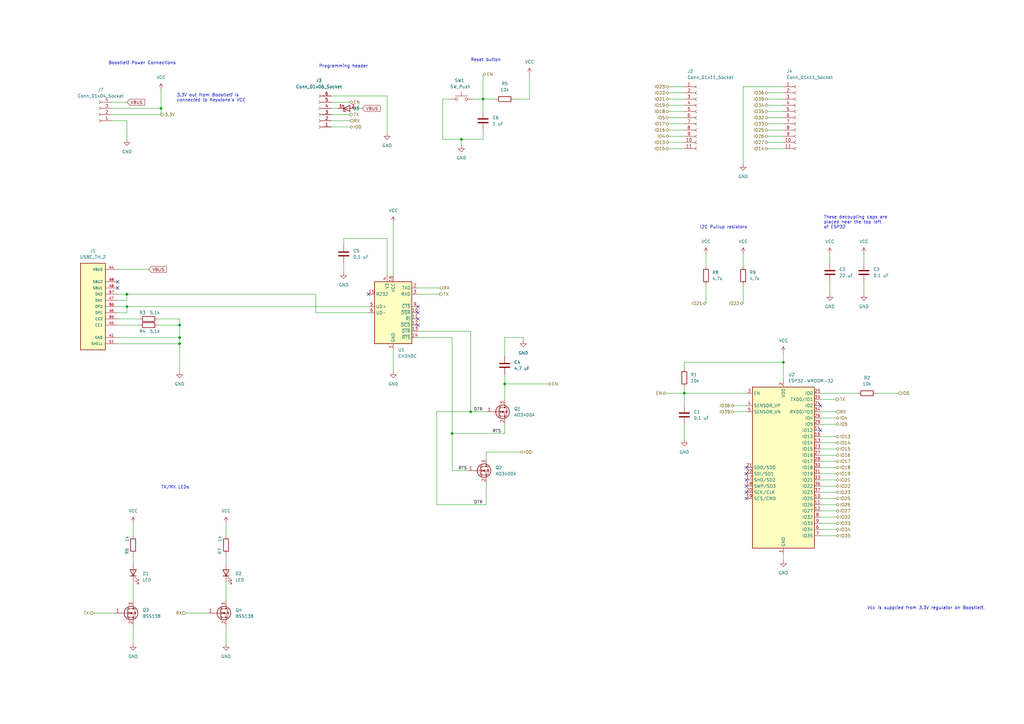
<source format=kicad_sch>
(kicad_sch (version 20230121) (generator eeschema)
  (paper "A3")
  (lib_symbols
    (symbol "!EK_Library:USBC_TH_2" (pin_names (offset 1.016))
      (property "Reference" "J" (at -1.27 20.32 0))
      (property "Value" "USBC_TH_2" (at -3.81 22.86 0))
      (symbol "USBC_TH_2_0_0"
        (rectangle (start -5.08 16.51) (end 5.08 -19.05) (stroke (width 0.254)) (fill (type background)))
        (pin power_in line (at 10.16 -13.97 180) (length 5.08) (name "GND") (number "A1"))
        (pin bidirectional line (at 10.16 -8.89 180) (length 5.08) (name "CC1") (number "A5"))
        (pin bidirectional line (at 10.16 -3.81 180) (length 5.08) (name "DP1") (number "A6"))
        (pin bidirectional line (at 10.16 1.27 180) (length 5.08) (name "DN1") (number "A7"))
        (pin bidirectional line (at 10.16 6.35 180) (length 5.08) (name "SBU1") (number "A8"))
        (pin bidirectional line (at 10.16 -6.35 180) (length 5.08) (name "CC2") (number "B5"))
        (pin bidirectional line (at 10.16 -1.27 180) (length 5.08) (name "DP2") (number "B6"))
        (pin bidirectional line (at 10.16 3.81 180) (length 5.08) (name "DN2") (number "B7"))
        (pin bidirectional line (at 10.16 8.89 180) (length 5.08) (name "SBU2") (number "B8"))
        (pin passive line (at 10.16 -16.51 180) (length 5.08) (name "SHELL") (number "S1"))
      )
      (symbol "USBC_TH_2_1_0"
        (pin power_in line (at 10.16 -13.97 180) (length 5.08) hide (name "GND") (number "A12"))
        (pin power_in line (at 10.16 13.97 180) (length 5.08) (name "VBUS") (number "A4"))
        (pin power_in line (at 10.16 13.97 180) (length 5.08) hide (name "VBUS") (number "A9"))
        (pin power_in line (at 10.16 -13.97 180) (length 5.08) hide (name "GND") (number "B1"))
        (pin power_in line (at 10.16 -13.97 180) (length 5.08) hide (name "GND") (number "B12"))
        (pin power_in line (at 10.16 13.97 180) (length 5.08) hide (name "VBUS") (number "B4"))
        (pin power_in line (at 10.16 13.97 180) (length 5.08) hide (name "VBUS") (number "B9"))
        (pin passive line (at 10.16 -16.51 180) (length 5.08) hide (name "SHELL") (number "S2"))
        (pin passive line (at 10.16 -16.51 180) (length 5.08) hide (name "SHELL") (number "S3"))
        (pin passive line (at 10.16 -16.51 180) (length 5.08) hide (name "SHELL") (number "S4"))
      )
    )
    (symbol "Connector:Conn_01x04_Socket" (pin_names (offset 1.016) hide)
      (property "Reference" "J" (at 0 5.08 0))
      (property "Value" "Conn_01x04_Socket" (at 0 -7.62 0))
      (symbol "Conn_01x04_Socket_1_1"
        (arc (start 0 -4.572) (mid -0.5058 -5.08) (end 0 -5.588) (stroke (width 0.1524)))
        (arc (start 0 -2.032) (mid -0.5058 -2.54) (end 0 -3.048) (stroke (width 0.1524)))
        (polyline (pts (xy -1.27 -5.08) (xy -0.508 -5.08)) (stroke (width 0.1524)))
        (polyline (pts (xy -1.27 -2.54) (xy -0.508 -2.54)) (stroke (width 0.1524)))
        (polyline (pts (xy -1.27 0) (xy -0.508 0)) (stroke (width 0.1524)))
        (polyline (pts (xy -1.27 2.54) (xy -0.508 2.54)) (stroke (width 0.1524)))
        (arc (start 0 0.508) (mid -0.5058 0) (end 0 -0.508) (stroke (width 0.1524)))
        (arc (start 0 3.048) (mid -0.5058 2.54) (end 0 2.032) (stroke (width 0.1524)))
        (pin passive line (at -5.08 2.54 0) (length 3.81) (name "Pin_1") (number "1"))
        (pin passive line (at -5.08 0 0) (length 3.81) (name "Pin_2") (number "2"))
        (pin passive line (at -5.08 -2.54 0) (length 3.81) (name "Pin_3") (number "3"))
        (pin passive line (at -5.08 -5.08 0) (length 3.81) (name "Pin_4") (number "4"))
      )
    )
    (symbol "Connector:Conn_01x06_Socket" (pin_names (offset 1.016) hide)
      (property "Reference" "J" (at 0 7.62 0))
      (property "Value" "Conn_01x06_Socket" (at 0 -10.16 0))
      (symbol "Conn_01x06_Socket_1_1"
        (arc (start 0 -7.112) (mid -0.5058 -7.62) (end 0 -8.128) (stroke (width 0.1524)))
        (arc (start 0 -4.572) (mid -0.5058 -5.08) (end 0 -5.588) (stroke (width 0.1524)))
        (arc (start 0 -2.032) (mid -0.5058 -2.54) (end 0 -3.048) (stroke (width 0.1524)))
        (polyline (pts (xy -1.27 -7.62) (xy -0.508 -7.62)) (stroke (width 0.1524)))
        (polyline (pts (xy -1.27 -5.08) (xy -0.508 -5.08)) (stroke (width 0.1524)))
        (polyline (pts (xy -1.27 -2.54) (xy -0.508 -2.54)) (stroke (width 0.1524)))
        (polyline (pts (xy -1.27 0) (xy -0.508 0)) (stroke (width 0.1524)))
        (polyline (pts (xy -1.27 2.54) (xy -0.508 2.54)) (stroke (width 0.1524)))
        (polyline (pts (xy -1.27 5.08) (xy -0.508 5.08)) (stroke (width 0.1524)))
        (arc (start 0 0.508) (mid -0.5058 0) (end 0 -0.508) (stroke (width 0.1524)))
        (arc (start 0 3.048) (mid -0.5058 2.54) (end 0 2.032) (stroke (width 0.1524)))
        (arc (start 0 5.588) (mid -0.5058 5.08) (end 0 4.572) (stroke (width 0.1524)))
        (pin passive line (at -5.08 5.08 0) (length 3.81) (name "Pin_1") (number "1"))
        (pin passive line (at -5.08 2.54 0) (length 3.81) (name "Pin_2") (number "2"))
        (pin passive line (at -5.08 0 0) (length 3.81) (name "Pin_3") (number "3"))
        (pin passive line (at -5.08 -2.54 0) (length 3.81) (name "Pin_4") (number "4"))
        (pin passive line (at -5.08 -5.08 0) (length 3.81) (name "Pin_5") (number "5"))
        (pin passive line (at -5.08 -7.62 0) (length 3.81) (name "Pin_6") (number "6"))
      )
    )
    (symbol "Connector:Conn_01x11_Socket" (pin_names (offset 1.016) hide)
      (property "Reference" "J" (at 0 15.24 0))
      (property "Value" "Conn_01x11_Socket" (at 0 -15.24 0))
      (symbol "Conn_01x11_Socket_1_1"
        (arc (start 0 -12.192) (mid -0.5058 -12.7) (end 0 -13.208) (stroke (width 0.1524)))
        (arc (start 0 -9.652) (mid -0.5058 -10.16) (end 0 -10.668) (stroke (width 0.1524)))
        (arc (start 0 -7.112) (mid -0.5058 -7.62) (end 0 -8.128) (stroke (width 0.1524)))
        (arc (start 0 -4.572) (mid -0.5058 -5.08) (end 0 -5.588) (stroke (width 0.1524)))
        (arc (start 0 -2.032) (mid -0.5058 -2.54) (end 0 -3.048) (stroke (width 0.1524)))
        (polyline (pts (xy -1.27 -12.7) (xy -0.508 -12.7)) (stroke (width 0.1524)))
        (polyline (pts (xy -1.27 -10.16) (xy -0.508 -10.16)) (stroke (width 0.1524)))
        (polyline (pts (xy -1.27 -7.62) (xy -0.508 -7.62)) (stroke (width 0.1524)))
        (polyline (pts (xy -1.27 -5.08) (xy -0.508 -5.08)) (stroke (width 0.1524)))
        (polyline (pts (xy -1.27 -2.54) (xy -0.508 -2.54)) (stroke (width 0.1524)))
        (polyline (pts (xy -1.27 0) (xy -0.508 0)) (stroke (width 0.1524)))
        (polyline (pts (xy -1.27 2.54) (xy -0.508 2.54)) (stroke (width 0.1524)))
        (polyline (pts (xy -1.27 5.08) (xy -0.508 5.08)) (stroke (width 0.1524)))
        (polyline (pts (xy -1.27 7.62) (xy -0.508 7.62)) (stroke (width 0.1524)))
        (polyline (pts (xy -1.27 10.16) (xy -0.508 10.16)) (stroke (width 0.1524)))
        (polyline (pts (xy -1.27 12.7) (xy -0.508 12.7)) (stroke (width 0.1524)))
        (arc (start 0 0.508) (mid -0.5058 0) (end 0 -0.508) (stroke (width 0.1524)))
        (arc (start 0 3.048) (mid -0.5058 2.54) (end 0 2.032) (stroke (width 0.1524)))
        (arc (start 0 5.588) (mid -0.5058 5.08) (end 0 4.572) (stroke (width 0.1524)))
        (arc (start 0 8.128) (mid -0.5058 7.62) (end 0 7.112) (stroke (width 0.1524)))
        (arc (start 0 10.668) (mid -0.5058 10.16) (end 0 9.652) (stroke (width 0.1524)))
        (arc (start 0 13.208) (mid -0.5058 12.7) (end 0 12.192) (stroke (width 0.1524)))
        (pin passive line (at -5.08 12.7 0) (length 3.81) (name "Pin_1") (number "1"))
        (pin passive line (at -5.08 -10.16 0) (length 3.81) (name "Pin_10") (number "10"))
        (pin passive line (at -5.08 -12.7 0) (length 3.81) (name "Pin_11") (number "11"))
        (pin passive line (at -5.08 10.16 0) (length 3.81) (name "Pin_2") (number "2"))
        (pin passive line (at -5.08 7.62 0) (length 3.81) (name "Pin_3") (number "3"))
        (pin passive line (at -5.08 5.08 0) (length 3.81) (name "Pin_4") (number "4"))
        (pin passive line (at -5.08 2.54 0) (length 3.81) (name "Pin_5") (number "5"))
        (pin passive line (at -5.08 0 0) (length 3.81) (name "Pin_6") (number "6"))
        (pin passive line (at -5.08 -2.54 0) (length 3.81) (name "Pin_7") (number "7"))
        (pin passive line (at -5.08 -5.08 0) (length 3.81) (name "Pin_8") (number "8"))
        (pin passive line (at -5.08 -7.62 0) (length 3.81) (name "Pin_9") (number "9"))
      )
    )
    (symbol "Device:C" (pin_numbers hide) (pin_names (offset 0.254))
      (property "Reference" "C" (at 0.635 2.54 0))
      (property "Value" "C" (at 0.635 -2.54 0))
      (symbol "C_0_1"
        (polyline (pts (xy -2.032 -0.762) (xy 2.032 -0.762)) (stroke (width 0.508)))
        (polyline (pts (xy -2.032 0.762) (xy 2.032 0.762)) (stroke (width 0.508)))
      )
      (symbol "C_1_1"
        (pin passive line (at 0 3.81 270) (length 2.794) (name "~") (number "1"))
        (pin passive line (at 0 -3.81 90) (length 2.794) (name "~") (number "2"))
      )
    )
    (symbol "Device:D_Schottky" (pin_names (offset 1.016) hide)
      (property "Reference" "D" (at 0 2.54 0))
      (property "Value" "D_Schottky" (at 0 -2.54 0))
      (symbol "D_Schottky_0_1"
        (polyline (pts (xy 1.27 0) (xy -1.27 0)))
        (polyline (pts (xy 1.27 1.27) (xy 1.27 -1.27) (xy -1.27 0) (xy 1.27 1.27)) (stroke (width 0.254)))
        (polyline (pts (xy -1.905 0.635) (xy -1.905 1.27) (xy -1.27 1.27) (xy -1.27 -1.27) (xy -0.635 -1.27) (xy -0.635 -0.635)) (stroke (width 0.254)))
      )
      (symbol "D_Schottky_1_1"
        (pin passive line (at -3.81 0 0) (length 2.54) (name "K") (number "1"))
        (pin passive line (at 3.81 0 180) (length 2.54) (name "A") (number "2"))
      )
    )
    (symbol "Device:LED" (pin_numbers hide) (pin_names (offset 1.016) hide)
      (property "Reference" "D" (at 0 2.54 0))
      (property "Value" "LED" (at 0 -2.54 0))
      (symbol "LED_0_1"
        (polyline (pts (xy -1.27 -1.27) (xy -1.27 1.27)) (stroke (width 0.254)))
        (polyline (pts (xy -1.27 0) (xy 1.27 0)))
        (polyline (pts (xy 1.27 -1.27) (xy 1.27 1.27) (xy -1.27 0) (xy 1.27 -1.27)) (stroke (width 0.254)))
        (polyline (pts (xy -3.048 -0.762) (xy -4.572 -2.286) (xy -3.81 -2.286) (xy -4.572 -2.286) (xy -4.572 -1.524)))
        (polyline (pts (xy -1.778 -0.762) (xy -3.302 -2.286) (xy -2.54 -2.286) (xy -3.302 -2.286) (xy -3.302 -1.524)))
      )
      (symbol "LED_1_1"
        (pin passive line (at -3.81 0 0) (length 2.54) (name "K") (number "1"))
        (pin passive line (at 3.81 0 180) (length 2.54) (name "A") (number "2"))
      )
    )
    (symbol "Device:R" (pin_numbers hide) (pin_names (offset 0))
      (property "Reference" "R" (at 2.032 0 90))
      (property "Value" "R" (at 0 0 90))
      (symbol "R_0_1"
        (rectangle (start -1.016 -2.54) (end 1.016 2.54) (stroke (width 0.254)))
      )
      (symbol "R_1_1"
        (pin passive line (at 0 3.81 270) (length 1.27) (name "~") (number "1"))
        (pin passive line (at 0 -3.81 90) (length 1.27) (name "~") (number "2"))
      )
    )
    (symbol "Interface_USB:CH340C"
      (property "Reference" "U" (at -5.08 13.97 0))
      (property "Value" "CH340C" (at 1.27 13.97 0))
      (symbol "CH340C_0_1"
        (rectangle (start -7.62 12.7) (end 7.62 -12.7) (stroke (width 0.254)) (fill (type background)))
      )
      (symbol "CH340C_1_1"
        (pin power_in line (at 0 -15.24 90) (length 2.54) (name "GND") (number "1"))
        (pin input line (at 10.16 0 180) (length 2.54) (name "~{DSR}") (number "10"))
        (pin input line (at 10.16 -2.54 180) (length 2.54) (name "~{RI}") (number "11"))
        (pin input line (at 10.16 -5.08 180) (length 2.54) (name "~{DCD}") (number "12"))
        (pin output line (at 10.16 -7.62 180) (length 2.54) (name "~{DTR}") (number "13"))
        (pin output line (at 10.16 -10.16 180) (length 2.54) (name "~{RTS}") (number "14"))
        (pin input line (at -10.16 7.62 0) (length 2.54) (name "R232") (number "15"))
        (pin power_in line (at 0 15.24 270) (length 2.54) (name "VCC") (number "16"))
        (pin output line (at 10.16 10.16 180) (length 2.54) (name "TXD") (number "2"))
        (pin input line (at 10.16 7.62 180) (length 2.54) (name "RXD") (number "3"))
        (pin passive line (at -2.54 15.24 270) (length 2.54) (name "V3") (number "4"))
        (pin bidirectional line (at -10.16 2.54 0) (length 2.54) (name "UD+") (number "5"))
        (pin bidirectional line (at -10.16 0 0) (length 2.54) (name "UD-") (number "6"))
        (pin no_connect line (at -7.62 -7.62 0) (length 2.54) hide (name "NC") (number "7"))
        (pin no_connect line (at -7.62 -10.16 0) (length 2.54) hide (name "NC") (number "8"))
        (pin input line (at 10.16 2.54 180) (length 2.54) (name "~{CTS}") (number "9"))
      )
    )
    (symbol "RF_Module:ESP32-WROOM-32"
      (property "Reference" "U" (at -12.7 34.29 0))
      (property "Value" "ESP32-WROOM-32" (at 1.27 34.29 0))
      (symbol "ESP32-WROOM-32_0_1"
        (rectangle (start -12.7 33.02) (end 12.7 -33.02) (stroke (width 0.254)) (fill (type background)))
      )
      (symbol "ESP32-WROOM-32_1_1"
        (pin power_in line (at 0 -35.56 90) (length 2.54) (name "GND") (number "1"))
        (pin bidirectional line (at 15.24 -12.7 180) (length 2.54) (name "IO25") (number "10"))
        (pin bidirectional line (at 15.24 -15.24 180) (length 2.54) (name "IO26") (number "11"))
        (pin bidirectional line (at 15.24 -17.78 180) (length 2.54) (name "IO27") (number "12"))
        (pin bidirectional line (at 15.24 10.16 180) (length 2.54) (name "IO14") (number "13"))
        (pin bidirectional line (at 15.24 15.24 180) (length 2.54) (name "IO12") (number "14"))
        (pin passive line (at 0 -35.56 90) (length 2.54) hide (name "GND") (number "15"))
        (pin bidirectional line (at 15.24 12.7 180) (length 2.54) (name "IO13") (number "16"))
        (pin bidirectional line (at -15.24 -5.08 0) (length 2.54) (name "SHD/SD2") (number "17"))
        (pin bidirectional line (at -15.24 -7.62 0) (length 2.54) (name "SWP/SD3") (number "18"))
        (pin bidirectional line (at -15.24 -12.7 0) (length 2.54) (name "SCS/CMD") (number "19"))
        (pin power_in line (at 0 35.56 270) (length 2.54) (name "VDD") (number "2"))
        (pin bidirectional line (at -15.24 -10.16 0) (length 2.54) (name "SCK/CLK") (number "20"))
        (pin bidirectional line (at -15.24 0 0) (length 2.54) (name "SDO/SD0") (number "21"))
        (pin bidirectional line (at -15.24 -2.54 0) (length 2.54) (name "SDI/SD1") (number "22"))
        (pin bidirectional line (at 15.24 7.62 180) (length 2.54) (name "IO15") (number "23"))
        (pin bidirectional line (at 15.24 25.4 180) (length 2.54) (name "IO2") (number "24"))
        (pin bidirectional line (at 15.24 30.48 180) (length 2.54) (name "IO0") (number "25"))
        (pin bidirectional line (at 15.24 20.32 180) (length 2.54) (name "IO4") (number "26"))
        (pin bidirectional line (at 15.24 5.08 180) (length 2.54) (name "IO16") (number "27"))
        (pin bidirectional line (at 15.24 2.54 180) (length 2.54) (name "IO17") (number "28"))
        (pin bidirectional line (at 15.24 17.78 180) (length 2.54) (name "IO5") (number "29"))
        (pin input line (at -15.24 30.48 0) (length 2.54) (name "EN") (number "3"))
        (pin bidirectional line (at 15.24 0 180) (length 2.54) (name "IO18") (number "30"))
        (pin bidirectional line (at 15.24 -2.54 180) (length 2.54) (name "IO19") (number "31"))
        (pin no_connect line (at -12.7 -27.94 0) (length 2.54) hide (name "NC") (number "32"))
        (pin bidirectional line (at 15.24 -5.08 180) (length 2.54) (name "IO21") (number "33"))
        (pin bidirectional line (at 15.24 22.86 180) (length 2.54) (name "RXD0/IO3") (number "34"))
        (pin bidirectional line (at 15.24 27.94 180) (length 2.54) (name "TXD0/IO1") (number "35"))
        (pin bidirectional line (at 15.24 -7.62 180) (length 2.54) (name "IO22") (number "36"))
        (pin bidirectional line (at 15.24 -10.16 180) (length 2.54) (name "IO23") (number "37"))
        (pin passive line (at 0 -35.56 90) (length 2.54) hide (name "GND") (number "38"))
        (pin passive line (at 0 -35.56 90) (length 2.54) hide (name "GND") (number "39"))
        (pin input line (at -15.24 25.4 0) (length 2.54) (name "SENSOR_VP") (number "4"))
        (pin input line (at -15.24 22.86 0) (length 2.54) (name "SENSOR_VN") (number "5"))
        (pin input line (at 15.24 -25.4 180) (length 2.54) (name "IO34") (number "6"))
        (pin input line (at 15.24 -27.94 180) (length 2.54) (name "IO35") (number "7"))
        (pin bidirectional line (at 15.24 -20.32 180) (length 2.54) (name "IO32") (number "8"))
        (pin bidirectional line (at 15.24 -22.86 180) (length 2.54) (name "IO33") (number "9"))
      )
    )
    (symbol "Switch:SW_Push" (pin_numbers hide) (pin_names (offset 1.016) hide)
      (property "Reference" "SW" (at 1.27 2.54 0))
      (property "Value" "SW_Push" (at 0 -1.524 0))
      (symbol "SW_Push_0_1"
        (circle (center -2.032 0) (radius 0.508))
        (polyline (pts (xy 0 1.27) (xy 0 3.048)))
        (polyline (pts (xy 2.54 1.27) (xy -2.54 1.27)))
        (circle (center 2.032 0) (radius 0.508))
        (pin passive line (at -5.08 0 0) (length 2.54) (name "1") (number "1"))
        (pin passive line (at 5.08 0 180) (length 2.54) (name "2") (number "2"))
      )
    )
    (symbol "Transistor_FET:AO3400A" (pin_names hide)
      (property "Reference" "Q" (at 5.08 1.905 0))
      (property "Value" "AO3400A" (at 5.08 0 0))
      (symbol "AO3400A_0_1"
        (polyline (pts (xy 0.254 0) (xy -2.54 0)))
        (polyline (pts (xy 0.254 1.905) (xy 0.254 -1.905)) (stroke (width 0.254)))
        (polyline (pts (xy 0.762 -1.27) (xy 0.762 -2.286)) (stroke (width 0.254)))
        (polyline (pts (xy 0.762 0.508) (xy 0.762 -0.508)) (stroke (width 0.254)))
        (polyline (pts (xy 0.762 2.286) (xy 0.762 1.27)) (stroke (width 0.254)))
        (polyline (pts (xy 2.54 2.54) (xy 2.54 1.778)))
        (polyline (pts (xy 2.54 -2.54) (xy 2.54 0) (xy 0.762 0)))
        (polyline (pts (xy 0.762 -1.778) (xy 3.302 -1.778) (xy 3.302 1.778) (xy 0.762 1.778)))
        (polyline (pts (xy 1.016 0) (xy 2.032 0.381) (xy 2.032 -0.381) (xy 1.016 0)) (fill (type outline)))
        (polyline (pts (xy 2.794 0.508) (xy 2.921 0.381) (xy 3.683 0.381) (xy 3.81 0.254)))
        (polyline (pts (xy 3.302 0.381) (xy 2.921 -0.254) (xy 3.683 -0.254) (xy 3.302 0.381)))
        (circle (center 1.651 0) (radius 2.794) (stroke (width 0.254)))
        (circle (center 2.54 -1.778) (radius 0.254) (fill (type outline)))
        (circle (center 2.54 1.778) (radius 0.254) (fill (type outline)))
      )
      (symbol "AO3400A_1_1"
        (pin input line (at -5.08 0 0) (length 2.54) (name "G") (number "1"))
        (pin passive line (at 2.54 -5.08 90) (length 2.54) (name "S") (number "2"))
        (pin passive line (at 2.54 5.08 270) (length 2.54) (name "D") (number "3"))
      )
    )
    (symbol "Transistor_FET:BSS138" (pin_names hide)
      (property "Reference" "Q" (at 5.08 1.905 0))
      (property "Value" "BSS138" (at 5.08 0 0))
      (symbol "BSS138_0_1"
        (polyline (pts (xy 0.254 0) (xy -2.54 0)))
        (polyline (pts (xy 0.254 1.905) (xy 0.254 -1.905)) (stroke (width 0.254)))
        (polyline (pts (xy 0.762 -1.27) (xy 0.762 -2.286)) (stroke (width 0.254)))
        (polyline (pts (xy 0.762 0.508) (xy 0.762 -0.508)) (stroke (width 0.254)))
        (polyline (pts (xy 0.762 2.286) (xy 0.762 1.27)) (stroke (width 0.254)))
        (polyline (pts (xy 2.54 2.54) (xy 2.54 1.778)))
        (polyline (pts (xy 2.54 -2.54) (xy 2.54 0) (xy 0.762 0)))
        (polyline (pts (xy 0.762 -1.778) (xy 3.302 -1.778) (xy 3.302 1.778) (xy 0.762 1.778)))
        (polyline (pts (xy 1.016 0) (xy 2.032 0.381) (xy 2.032 -0.381) (xy 1.016 0)) (fill (type outline)))
        (polyline (pts (xy 2.794 0.508) (xy 2.921 0.381) (xy 3.683 0.381) (xy 3.81 0.254)))
        (polyline (pts (xy 3.302 0.381) (xy 2.921 -0.254) (xy 3.683 -0.254) (xy 3.302 0.381)))
        (circle (center 1.651 0) (radius 2.794) (stroke (width 0.254)))
        (circle (center 2.54 -1.778) (radius 0.254) (fill (type outline)))
        (circle (center 2.54 1.778) (radius 0.254) (fill (type outline)))
      )
      (symbol "BSS138_1_1"
        (pin input line (at -5.08 0 0) (length 2.54) (name "G") (number "1"))
        (pin passive line (at 2.54 -5.08 90) (length 2.54) (name "S") (number "2"))
        (pin passive line (at 2.54 5.08 270) (length 2.54) (name "D") (number "3"))
      )
    )
    (symbol "power:GND" (power) (pin_names (offset 0))
      (property "Value" "GND" (at 0 -3.81 0))
      (symbol "GND_0_1"
        (polyline (pts (xy 0 0) (xy 0 -1.27) (xy 1.27 -1.27) (xy 0 -2.54) (xy -1.27 -1.27) (xy 0 -1.27)))
      )
      (symbol "GND_1_1"
        (pin power_in line (at 0 0 270) (length 0) hide (name "GND") (number "1"))
      )
    )
    (symbol "power:VCC" (power) (pin_names (offset 0))
      (property "Value" "VCC" (at 0 3.81 0))
      (symbol "VCC_0_1"
        (polyline (pts (xy -0.762 1.27) (xy 0 2.54)))
        (polyline (pts (xy 0 0) (xy 0 2.54)))
        (polyline (pts (xy 0 2.54) (xy 0.762 1.27)))
      )
      (symbol "VCC_1_1"
        (pin power_in line (at 0 0 90) (length 0) hide (name "VCC") (number "1"))
      )
    )
  )
  (junction (at 52.07 125.73))
  (junction (at 185.42 177.8))
  (junction (at 73.66 140.97))
  (junction (at 73.66 138.43))
  (junction (at 189.23 57.15))
  (junction (at 193.04 168.91))
  (junction (at 52.07 120.65))
  (junction (at 73.66 133.35))
  (junction (at 280.67 161.29))
  (junction (at 207.01 157.48))
  (junction (at 66.04 44.45))
  (junction (at 321.31 148.59))
  (junction (at 198.12 40.64))
  (no_connect (at 306.07 194.31))
  (no_connect (at 306.07 201.93))
  (no_connect (at 336.55 176.53))
  (no_connect (at 306.07 199.39))
  (no_connect (at 171.45 133.35))
  (no_connect (at 171.45 130.81))
  (no_connect (at 171.45 125.73))
  (no_connect (at 306.07 196.85))
  (no_connect (at 48.26 115.57))
  (no_connect (at 48.26 118.11))
  (no_connect (at 306.07 191.77))
  (no_connect (at 336.55 166.37))
  (no_connect (at 171.45 128.27))
  (no_connect (at 306.07 204.47))
  (no_connect (at 151.13 120.65))
  (wire (pts (xy 92.71 256.54) (xy 92.71 264.16)))
  (wire (pts (xy 207.01 138.43) (xy 207.01 146.05)))
  (wire (pts (xy 217.17 30.48) (xy 217.17 40.64)))
  (wire (pts (xy 161.29 143.51) (xy 161.29 152.4)))
  (wire (pts (xy 207.01 157.48) (xy 207.01 163.83)))
  (wire (pts (xy 146.05 44.45) (xy 148.59 44.45)))
  (wire (pts (xy 314.96 40.64) (xy 321.31 40.64)))
  (wire (pts (xy 336.55 207.01) (xy 342.9 207.01)))
  (wire (pts (xy 274.32 45.72) (xy 280.67 45.72)))
  (wire (pts (xy 52.07 123.19) (xy 52.07 120.65)))
  (wire (pts (xy 185.42 138.43) (xy 171.45 138.43)))
  (wire (pts (xy 66.04 36.83) (xy 66.04 44.45)))
  (wire (pts (xy 135.89 49.53) (xy 143.51 49.53)))
  (wire (pts (xy 336.55 214.63) (xy 342.9 214.63)))
  (wire (pts (xy 300.99 168.91) (xy 306.07 168.91)))
  (wire (pts (xy 92.71 214.63) (xy 92.71 219.71)))
  (wire (pts (xy 185.42 193.04) (xy 191.77 193.04)))
  (wire (pts (xy 64.77 130.81) (xy 73.66 130.81)))
  (wire (pts (xy 135.89 52.07) (xy 143.51 52.07)))
  (wire (pts (xy 54.61 256.54) (xy 54.61 264.16)))
  (wire (pts (xy 289.56 116.84) (xy 289.56 124.46)))
  (wire (pts (xy 314.96 60.96) (xy 321.31 60.96)))
  (wire (pts (xy 54.61 214.63) (xy 54.61 219.71)))
  (wire (pts (xy 321.31 35.56) (xy 304.8 35.56)))
  (wire (pts (xy 54.61 227.33) (xy 54.61 231.14)))
  (wire (pts (xy 179.07 207.01) (xy 179.07 168.91)))
  (wire (pts (xy 48.26 140.97) (xy 73.66 140.97)))
  (wire (pts (xy 274.32 60.96) (xy 280.67 60.96)))
  (wire (pts (xy 66.04 44.45) (xy 66.04 46.99)))
  (wire (pts (xy 48.26 138.43) (xy 73.66 138.43)))
  (wire (pts (xy 45.72 44.45) (xy 66.04 44.45)))
  (wire (pts (xy 207.01 157.48) (xy 224.79 157.48)))
  (wire (pts (xy 189.23 57.15) (xy 189.23 59.69)))
  (wire (pts (xy 207.01 177.8) (xy 185.42 177.8)))
  (wire (pts (xy 321.31 227.33) (xy 321.31 229.87)))
  (wire (pts (xy 314.96 38.1) (xy 321.31 38.1)))
  (wire (pts (xy 45.72 41.91) (xy 52.07 41.91)))
  (wire (pts (xy 140.97 107.95) (xy 140.97 111.76)))
  (wire (pts (xy 207.01 173.99) (xy 207.01 177.8)))
  (wire (pts (xy 274.32 40.64) (xy 280.67 40.64)))
  (wire (pts (xy 185.42 138.43) (xy 185.42 177.8)))
  (wire (pts (xy 336.55 191.77) (xy 342.9 191.77)))
  (wire (pts (xy 135.89 39.37) (xy 158.75 39.37)))
  (wire (pts (xy 280.67 161.29) (xy 280.67 166.37)))
  (wire (pts (xy 214.63 138.43) (xy 207.01 138.43)))
  (wire (pts (xy 92.71 238.76) (xy 92.71 246.38)))
  (wire (pts (xy 140.97 97.79) (xy 140.97 100.33)))
  (wire (pts (xy 158.75 97.79) (xy 140.97 97.79)))
  (wire (pts (xy 336.55 199.39) (xy 342.9 199.39)))
  (wire (pts (xy 207.01 153.67) (xy 207.01 157.48)))
  (wire (pts (xy 304.8 35.56) (xy 304.8 67.31)))
  (wire (pts (xy 314.96 43.18) (xy 321.31 43.18)))
  (wire (pts (xy 314.96 53.34) (xy 321.31 53.34)))
  (wire (pts (xy 336.55 217.17) (xy 342.9 217.17)))
  (wire (pts (xy 214.63 139.7) (xy 214.63 138.43)))
  (wire (pts (xy 179.07 168.91) (xy 193.04 168.91)))
  (wire (pts (xy 304.8 104.14) (xy 304.8 109.22)))
  (wire (pts (xy 300.99 166.37) (xy 306.07 166.37)))
  (wire (pts (xy 210.82 40.64) (xy 217.17 40.64)))
  (wire (pts (xy 342.9 163.83) (xy 336.55 163.83)))
  (wire (pts (xy 274.32 50.8) (xy 280.67 50.8)))
  (wire (pts (xy 336.55 171.45) (xy 342.9 171.45)))
  (wire (pts (xy 193.04 135.89) (xy 171.45 135.89)))
  (wire (pts (xy 199.39 207.01) (xy 179.07 207.01)))
  (wire (pts (xy 73.66 140.97) (xy 73.66 152.4)))
  (wire (pts (xy 199.39 185.42) (xy 213.36 185.42)))
  (wire (pts (xy 48.26 123.19) (xy 52.07 123.19)))
  (wire (pts (xy 280.67 161.29) (xy 306.07 161.29)))
  (wire (pts (xy 359.41 161.29) (xy 368.3 161.29)))
  (wire (pts (xy 321.31 148.59) (xy 280.67 148.59)))
  (wire (pts (xy 181.61 57.15) (xy 189.23 57.15)))
  (wire (pts (xy 199.39 187.96) (xy 199.39 185.42)))
  (wire (pts (xy 274.32 58.42) (xy 280.67 58.42)))
  (wire (pts (xy 135.89 46.99) (xy 143.51 46.99)))
  (wire (pts (xy 336.55 209.55) (xy 342.9 209.55)))
  (wire (pts (xy 76.2 251.46) (xy 85.09 251.46)))
  (wire (pts (xy 48.26 125.73) (xy 52.07 125.73)))
  (wire (pts (xy 336.55 204.47) (xy 342.9 204.47)))
  (wire (pts (xy 135.89 44.45) (xy 138.43 44.45)))
  (wire (pts (xy 52.07 120.65) (xy 48.26 120.65)))
  (wire (pts (xy 336.55 179.07) (xy 342.9 179.07)))
  (wire (pts (xy 340.36 104.14) (xy 340.36 107.95)))
  (wire (pts (xy 129.54 128.27) (xy 151.13 128.27)))
  (wire (pts (xy 274.32 38.1) (xy 280.67 38.1)))
  (wire (pts (xy 181.61 40.64) (xy 181.61 57.15)))
  (wire (pts (xy 73.66 130.81) (xy 73.66 133.35)))
  (wire (pts (xy 336.55 181.61) (xy 342.9 181.61)))
  (wire (pts (xy 64.77 133.35) (xy 73.66 133.35)))
  (wire (pts (xy 314.96 45.72) (xy 321.31 45.72)))
  (wire (pts (xy 161.29 91.44) (xy 161.29 113.03)))
  (wire (pts (xy 198.12 40.64) (xy 198.12 45.72)))
  (wire (pts (xy 289.56 104.14) (xy 289.56 109.22)))
  (wire (pts (xy 336.55 201.93) (xy 342.9 201.93)))
  (wire (pts (xy 129.54 120.65) (xy 129.54 128.27)))
  (wire (pts (xy 135.89 41.91) (xy 143.51 41.91)))
  (wire (pts (xy 171.45 118.11) (xy 180.34 118.11)))
  (wire (pts (xy 336.55 194.31) (xy 342.9 194.31)))
  (wire (pts (xy 52.07 49.53) (xy 52.07 57.15)))
  (wire (pts (xy 280.67 158.75) (xy 280.67 161.29)))
  (wire (pts (xy 336.55 173.99) (xy 342.9 173.99)))
  (wire (pts (xy 45.72 46.99) (xy 66.04 46.99)))
  (wire (pts (xy 304.8 116.84) (xy 304.8 124.46)))
  (wire (pts (xy 336.55 212.09) (xy 342.9 212.09)))
  (wire (pts (xy 314.96 50.8) (xy 321.31 50.8)))
  (wire (pts (xy 158.75 39.37) (xy 158.75 54.61)))
  (wire (pts (xy 280.67 148.59) (xy 280.67 151.13)))
  (wire (pts (xy 274.32 55.88) (xy 280.67 55.88)))
  (wire (pts (xy 280.67 173.99) (xy 280.67 180.34)))
  (wire (pts (xy 314.96 55.88) (xy 321.31 55.88)))
  (wire (pts (xy 199.39 198.12) (xy 199.39 207.01)))
  (wire (pts (xy 198.12 40.64) (xy 203.2 40.64)))
  (wire (pts (xy 73.66 138.43) (xy 73.66 140.97)))
  (wire (pts (xy 336.55 186.69) (xy 342.9 186.69)))
  (wire (pts (xy 52.07 128.27) (xy 48.26 128.27)))
  (wire (pts (xy 52.07 125.73) (xy 52.07 128.27)))
  (wire (pts (xy 314.96 58.42) (xy 321.31 58.42)))
  (wire (pts (xy 314.96 48.26) (xy 321.31 48.26)))
  (wire (pts (xy 336.55 184.15) (xy 342.9 184.15)))
  (wire (pts (xy 336.55 161.29) (xy 351.79 161.29)))
  (wire (pts (xy 198.12 53.34) (xy 198.12 57.15)))
  (wire (pts (xy 193.04 135.89) (xy 193.04 168.91)))
  (wire (pts (xy 171.45 120.65) (xy 180.34 120.65)))
  (wire (pts (xy 38.1 251.46) (xy 46.99 251.46)))
  (wire (pts (xy 354.33 115.57) (xy 354.33 120.65)))
  (wire (pts (xy 354.33 104.14) (xy 354.33 107.95)))
  (wire (pts (xy 273.05 161.29) (xy 280.67 161.29)))
  (wire (pts (xy 274.32 48.26) (xy 280.67 48.26)))
  (wire (pts (xy 274.32 53.34) (xy 280.67 53.34)))
  (wire (pts (xy 336.55 168.91) (xy 342.9 168.91)))
  (wire (pts (xy 336.55 219.71) (xy 342.9 219.71)))
  (wire (pts (xy 199.39 168.91) (xy 193.04 168.91)))
  (wire (pts (xy 185.42 177.8) (xy 185.42 193.04)))
  (wire (pts (xy 336.55 189.23) (xy 342.9 189.23)))
  (wire (pts (xy 184.15 40.64) (xy 181.61 40.64)))
  (wire (pts (xy 48.26 133.35) (xy 57.15 133.35)))
  (wire (pts (xy 198.12 57.15) (xy 189.23 57.15)))
  (wire (pts (xy 321.31 148.59) (xy 321.31 156.21)))
  (wire (pts (xy 321.31 144.78) (xy 321.31 148.59)))
  (wire (pts (xy 340.36 115.57) (xy 340.36 120.65)))
  (wire (pts (xy 45.72 49.53) (xy 52.07 49.53)))
  (wire (pts (xy 48.26 130.81) (xy 57.15 130.81)))
  (wire (pts (xy 274.32 35.56) (xy 280.67 35.56)))
  (wire (pts (xy 336.55 196.85) (xy 342.9 196.85)))
  (wire (pts (xy 198.12 30.48) (xy 198.12 40.64)))
  (wire (pts (xy 274.32 43.18) (xy 280.67 43.18)))
  (wire (pts (xy 52.07 125.73) (xy 151.13 125.73)))
  (wire (pts (xy 194.31 40.64) (xy 198.12 40.64)))
  (wire (pts (xy 92.71 227.33) (xy 92.71 231.14)))
  (wire (pts (xy 48.26 110.49) (xy 60.96 110.49)))
  (wire (pts (xy 73.66 133.35) (xy 73.66 138.43)))
  (wire (pts (xy 52.07 120.65) (xy 129.54 120.65)))
  (wire (pts (xy 54.61 238.76) (xy 54.61 246.38)))
  (wire (pts (xy 158.75 113.03) (xy 158.75 97.79)))
  (text "I2C Pullup resistors" (at 287.02 93.98 0) (effects (font (size 1.27 1.27)) (justify left bottom)))
  (text "TX/RX LEDs" (at 66.04 200.66 0) (effects (font (size 1.27 1.27)) (justify left bottom)))
  (text "Boostlet! Power Connections" (at 44.45 26.67 0) (effects (font (size 1.27 1.27)) (justify left bottom)))
  (text "These decoupling caps are \nplaced near the top left\nof ESP32" (at 337.82 93.98 0) (effects (font (size 1.27 1.27)) (justify left bottom)))
  (text "Reset button" (at 193.04 25.4 0) (effects (font (size 1.27 1.27)) (justify left bottom)))
  (text "Programming header" (at 130.81 27.94 0) (effects (font (size 1.27 1.27)) (justify left bottom)))
  (text "Vcc is supplied from 3.3V regulator on Boostlet!." (at 355.6 250.19 0) (effects (font (size 1.27 1.27) italic) (justify left bottom)))
  (text "3.3V out from Boostlet! is \nconnected to Keystone's VCC" (at 72.39 41.91 0) (effects (font (size 1.27 1.27) italic) (justify left bottom)))
  (label "RTS" (at 201.93 177.8 0))
  (label "DTR" (at 194.31 168.91 0))
  (label "RTS" (at 187.96 193.04 0))
  (label "DTR" (at 194.31 207.01 0))
  (global_label "VBUS" (shape input) (at 148.59 44.45 0) (property "Intersheetrefs" "${INTERSHEET_REFS}" (effects hide)))
  (global_label "VBUS" (shape input) (at 60.96 110.49 0) (property "Intersheetrefs" "${INTERSHEET_REFS}" (effects hide)))
  (global_label "VBUS" (shape input) (at 52.07 41.91 0) (property "Intersheetrefs" "${INTERSHEET_REFS}" (effects hide)))
  (hierarchical_label "EN" (shape bidirectional) (at 273.05 161.29 180))
  (hierarchical_label "IO33" (shape bidirectional) (at 342.9 214.63 0))
  (hierarchical_label "IO19" (shape bidirectional) (at 274.32 43.18 180))
  (hierarchical_label "IO17" (shape bidirectional) (at 274.32 50.8 180))
  (hierarchical_label "IO35" (shape bidirectional) (at 342.9 219.71 0))
  (hierarchical_label "IO39" (shape bidirectional) (at 314.96 40.64 180))
  (hierarchical_label "IO26" (shape bidirectional) (at 342.9 207.01 0))
  (hierarchical_label "IO35" (shape bidirectional) (at 314.96 45.72 180))
  (hierarchical_label "IO33" (shape bidirectional) (at 314.96 50.8 180))
  (hierarchical_label "IO16" (shape bidirectional) (at 274.32 53.34 180))
  (hierarchical_label "3.3V" (shape output) (at 66.04 46.99 0))
  (hierarchical_label "IO21" (shape bidirectional) (at 342.9 196.85 0))
  (hierarchical_label "IO26" (shape bidirectional) (at 314.96 55.88 180))
  (hierarchical_label "IO15" (shape bidirectional) (at 342.9 184.15 0))
  (hierarchical_label "IO0" (shape bidirectional) (at 143.51 52.07 0))
  (hierarchical_label "RX" (shape input) (at 342.9 168.91 0))
  (hierarchical_label "EN" (shape bidirectional) (at 224.79 157.48 0))
  (hierarchical_label "IO36" (shape bidirectional) (at 314.96 38.1 180))
  (hierarchical_label "EN" (shape bidirectional) (at 198.12 30.48 0))
  (hierarchical_label "IO22" (shape bidirectional) (at 304.8 124.46 180))
  (hierarchical_label "TX" (shape output) (at 143.51 46.99 0))
  (hierarchical_label "IO4" (shape bidirectional) (at 274.32 55.88 180))
  (hierarchical_label "IO23" (shape bidirectional) (at 342.9 201.93 0))
  (hierarchical_label "IO34" (shape bidirectional) (at 314.96 43.18 180))
  (hierarchical_label "IO22" (shape bidirectional) (at 342.9 199.39 0))
  (hierarchical_label "IO39" (shape bidirectional) (at 300.99 168.91 180))
  (hierarchical_label "IO19" (shape bidirectional) (at 342.9 194.31 0))
  (hierarchical_label "EN" (shape bidirectional) (at 143.51 41.91 0))
  (hierarchical_label "RX" (shape input) (at 180.34 118.11 0))
  (hierarchical_label "IO13" (shape bidirectional) (at 274.32 58.42 180))
  (hierarchical_label "IO15" (shape bidirectional) (at 274.32 60.96 180))
  (hierarchical_label "IO32" (shape bidirectional) (at 342.9 212.09 0))
  (hierarchical_label "IO34" (shape bidirectional) (at 342.9 217.17 0))
  (hierarchical_label "IO25" (shape bidirectional) (at 342.9 204.47 0))
  (hierarchical_label "RX" (shape input) (at 143.51 49.53 0))
  (hierarchical_label "IO4" (shape bidirectional) (at 342.9 171.45 0))
  (hierarchical_label "IO14" (shape bidirectional) (at 342.9 181.61 0))
  (hierarchical_label "IO27" (shape bidirectional) (at 314.96 58.42 180))
  (hierarchical_label "IO18" (shape bidirectional) (at 342.9 191.77 0))
  (hierarchical_label "IO18" (shape bidirectional) (at 274.32 45.72 180))
  (hierarchical_label "IO16" (shape bidirectional) (at 342.9 186.69 0))
  (hierarchical_label "RX" (shape input) (at 76.2 251.46 180))
  (hierarchical_label "IO17" (shape bidirectional) (at 342.9 189.23 0))
  (hierarchical_label "IO36" (shape bidirectional) (at 300.99 166.37 180))
  (hierarchical_label "IO0" (shape input) (at 368.3 161.29 0))
  (hierarchical_label "IO14" (shape bidirectional) (at 314.96 60.96 180))
  (hierarchical_label "IO21" (shape bidirectional) (at 274.32 40.64 180))
  (hierarchical_label "IO32" (shape bidirectional) (at 314.96 48.26 180))
  (hierarchical_label "IO5" (shape bidirectional) (at 342.9 173.99 0))
  (hierarchical_label "IO22" (shape bidirectional) (at 274.32 38.1 180))
  (hierarchical_label "TX" (shape output) (at 180.34 120.65 0))
  (hierarchical_label "IO27" (shape bidirectional) (at 342.9 209.55 0))
  (hierarchical_label "IO23" (shape bidirectional) (at 274.32 35.56 180))
  (hierarchical_label "IO5" (shape bidirectional) (at 274.32 48.26 180))
  (hierarchical_label "TX" (shape output) (at 38.1 251.46 180))
  (hierarchical_label "IO0" (shape bidirectional) (at 213.36 185.42 0))
  (hierarchical_label "IO25" (shape bidirectional) (at 314.96 53.34 180))
  (hierarchical_label "TX" (shape output) (at 342.9 163.83 0))
  (hierarchical_label "IO21" (shape bidirectional) (at 289.56 124.46 180))
  (hierarchical_label "IO13" (shape bidirectional) (at 342.9 179.07 0))
  (symbol (lib_id "Connector:Conn_01x11_Socket") (at 285.75 48.26 0) (unit 1)
    (property "Reference" "J2" (at 281.94 29.21 0) (effects (justify left)))
    (property "Value" "Conn_01x11_Socket" (at 281.94 31.75 0) (effects (justify left)))
    (property "Footprint" "Connector_PinHeader_2.54mm:PinHeader_1x11_P2.54mm_Vertical" (effects hide))
  )
  (symbol (lib_id "Connector:Conn_01x04_Socket") (at 40.64 46.99 180) (unit 1)
    (property "Reference" "J7" (at 41.275 36.83 0))
    (property "Value" "Conn_01x04_Socket" (at 41.275 39.37 0))
    (property "Footprint" "Connector_PinHeader_2.54mm:PinHeader_1x04_P2.54mm_Vertical" (effects hide))
  )
  (symbol (lib_id "RF_Module:ESP32-WROOM-32") (at 321.31 191.77 0) (unit 1)
    (property "Reference" "U2" (at 323.2659 153.67 0) (effects (justify left)))
    (property "Value" "ESP32-WROOM-32" (at 323.2659 156.21 0) (effects (justify left)))
    (property "Footprint" "RF_Module:ESP32-WROOM-32" (effects hide))
    (property "Datasheet" "https://www.espressif.com/sites/default/files/documentation/esp32-wroom-32_datasheet_en.pdf" (effects hide))
    (property "Digikey" "1965-ESP32-WROOM-32E-H4CT-ND" (effects hide))
  )
  (symbol (lib_id "Switch:SW_Push") (at 189.23 40.64 0) (unit 1)
    (property "Reference" "SW1" (at 190.5 33.02 0) (effects (justify right)))
    (property "Value" "SW_Push" (at 193.04 35.56 0) (effects (justify right)))
    (property "Footprint" "Button_Switch_SMD:SW_Tactile_SPST_NO_Straight_CK_PTS636Sx25SMTRLFS" (effects hide))
    (property "Digikey" "CKN12310-1-ND " (effects hide))
    (property "Digikey2" "CKN12330-1-ND" (effects hide))
  )
  (symbol (lib_id "power:VCC") (at 354.33 104.14 0) (unit 1)
    (property "Reference" "#PWR07" (effects hide))
    (property "Value" "VCC" (at 354.33 99.06 0))
  )
  (symbol (lib_id "power:GND") (at 340.36 120.65 0) (unit 1)
    (property "Reference" "#PWR04" (effects hide))
    (property "Value" "GND" (at 340.36 125.73 0))
  )
  (symbol (lib_id "power:GND") (at 321.31 229.87 0) (unit 1)
    (property "Reference" "#PWR03" (effects hide))
    (property "Value" "GND" (at 321.31 234.95 0))
  )
  (symbol (lib_id "power:VCC") (at 217.17 30.48 0) (unit 1)
    (property "Reference" "#PWR015" (effects hide))
    (property "Value" "VCC" (at 217.17 25.4 0))
  )
  (symbol (lib_id "power:VCC") (at 161.29 91.44 0) (unit 1)
    (property "Reference" "#PWR09" (effects hide))
    (property "Value" "VCC" (at 161.29 86.36 0))
  )
  (symbol (lib_id "Connector:Conn_01x11_Socket") (at 326.39 48.26 0) (unit 1)
    (property "Reference" "J4" (at 322.58 29.21 0) (effects (justify left)))
    (property "Value" "Conn_01x11_Socket" (at 322.58 31.75 0) (effects (justify left)))
    (property "Footprint" "Connector_PinHeader_2.54mm:PinHeader_1x11_P2.54mm_Vertical" (effects hide))
  )
  (symbol (lib_id "Device:R") (at 92.71 223.52 180) (unit 1)
    (property "Reference" "R7" (at 90.17 226.06 90))
    (property "Value" "1k" (at 90.17 220.98 90))
    (property "Footprint" "Resistor_SMD:R_1206_3216Metric_Pad1.30x1.75mm_HandSolder" (effects hide))
    (property "Digikey" "311-1.00KFRCT-ND" (effects hide))
  )
  (symbol (lib_id "power:VCC") (at 321.31 144.78 0) (unit 1)
    (property "Reference" "#PWR01" (effects hide))
    (property "Value" "VCC" (at 321.31 139.7 0))
  )
  (symbol (lib_id "Device:C") (at 280.67 170.18 0) (unit 1)
    (property "Reference" "C1" (at 284.48 168.91 0) (effects (justify left)))
    (property "Value" "0.1 uF" (at 284.48 171.45 0) (effects (justify left)))
    (property "Footprint" "Capacitor_SMD:C_1206_3216Metric_Pad1.33x1.80mm_HandSolder" (effects hide))
    (property "Digikey" "399-C1206C104K5RAC7210CT-ND" (effects hide))
  )
  (symbol (lib_id "power:GND") (at 280.67 180.34 0) (unit 1)
    (property "Reference" "#PWR02" (effects hide))
    (property "Value" "GND" (at 280.67 185.42 0))
  )
  (symbol (lib_id "power:GND") (at 189.23 59.69 0) (unit 1)
    (property "Reference" "#PWR014" (effects hide))
    (property "Value" "GND" (at 189.23 64.77 0))
  )
  (symbol (lib_id "power:GND") (at 214.63 139.7 0) (unit 1)
    (property "Reference" "#PWR012" (effects hide))
    (property "Value" "GND" (at 214.63 144.78 0))
  )
  (symbol (lib_id "Device:LED") (at 92.71 234.95 90) (unit 1)
    (property "Reference" "D2" (at 96.52 235.2675 90) (effects (justify right)))
    (property "Value" "LED" (at 96.52 237.8075 90) (effects (justify right)))
    (property "Footprint" "LED_SMD:LED_1206_3216Metric_Pad1.42x1.75mm_HandSolder" (effects hide))
    (property "Digikey" "160-1170-1-ND" (effects hide))
  )
  (symbol (lib_id "power:GND") (at 161.29 152.4 0) (unit 1)
    (property "Reference" "#PWR010" (effects hide))
    (property "Value" "GND" (at 161.29 157.48 0))
  )
  (symbol (lib_id "Device:R") (at 304.8 113.03 0) (unit 1)
    (property "Reference" "R9" (at 307.34 111.76 0) (effects (justify left)))
    (property "Value" "4.7k" (at 307.34 114.3 0) (effects (justify left)))
    (property "Footprint" "Resistor_SMD:R_1206_3216Metric_Pad1.30x1.75mm_HandSolder" (effects hide))
    (property "Digikey" "311-4.70KFRCT-ND" (effects hide))
  )
  (symbol (lib_id "Device:C") (at 207.01 149.86 0) (unit 1)
    (property "Reference" "C4" (at 210.82 148.59 0) (effects (justify left)))
    (property "Value" "4.7 uF" (at 210.82 151.13 0) (effects (justify left)))
    (property "Footprint" "Capacitor_SMD:C_1206_3216Metric_Pad1.33x1.80mm_HandSolder" (effects hide))
    (property "Digikey" "1276-3179-1-ND" (effects hide))
  )
  (symbol (lib_id "Device:D_Schottky") (at 142.24 44.45 0) (unit 1)
    (property "Reference" "D3" (at 146.05 44.45 0))
    (property "Value" "PMEG40T30ERX 40V 3A" (effects hide))
    (property "Footprint" "Diode_SMD:D_SOD-123" (effects hide))
    (property "Digikey" "1727-7481-1-ND" (effects hide))
    (property "Digikey2" "3757-SBA340AL_R1_00001CT-ND" (effects hide))
  )
  (symbol (lib_id "power:GND") (at 158.75 54.61 0) (unit 1)
    (property "Reference" "#PWR011" (effects hide))
    (property "Value" "GND" (at 158.75 59.69 0))
  )
  (symbol (lib_id "Transistor_FET:BSS138") (at 52.07 251.46 0) (unit 1)
    (property "Reference" "Q3" (at 58.42 250.19 0) (effects (justify left)))
    (property "Value" "BSS138" (at 58.42 252.73 0) (effects (justify left)))
    (property "Footprint" "Package_TO_SOT_SMD:SOT-23" (effects hide))
    (property "Datasheet" "https://www.onsemi.com/pub/Collateral/BSS138-D.PDF" (effects hide))
    (property "Digikey" "4530-BSS138CT-ND" (effects hide))
  )
  (symbol (lib_id "Device:R") (at 60.96 133.35 90) (unit 1)
    (property "Reference" "R4" (at 58.42 135.89 90))
    (property "Value" "5.1k" (at 63.5 135.89 90))
    (property "Footprint" "Resistor_SMD:R_1206_3216Metric_Pad1.30x1.75mm_HandSolder" (effects hide))
    (property "Digikey" "RMCF1206FT5K10CT-ND" (effects hide))
  )
  (symbol (lib_id "!EK_Library:USBC_TH_2") (at 38.1 124.46 0) (unit 1)
    (property "Reference" "J1" (at 38.1 102.87 0))
    (property "Value" "USBC_TH_2" (at 38.1 105.41 0))
    (property "Footprint" "!EK_Library:USBC_TH_2" (effects hide))
    (property "PARTREV" "B" (effects hide))
    (property "STANDARD" "Manufacturer Recommendations" (effects hide))
    (property "SNAPEDA_PN" "USB4085-GF-A" (effects hide))
    (property "MAXIMUM_PACKAGE_HEIGHT" "3.16mm" (effects hide))
    (property "MANUFACTURER" "Global Connector Technology" (effects hide))
    (property "Digikey" "2073-USB4085-GF-ACT-ND" (effects hide))
  )
  (symbol (lib_id "power:VCC") (at 66.04 36.83 0) (unit 1)
    (property "Reference" "#PWR020" (effects hide))
    (property "Value" "VCC" (at 66.04 31.75 0))
  )
  (symbol (lib_id "Device:R") (at 289.56 113.03 0) (unit 1)
    (property "Reference" "R8" (at 292.1 111.76 0) (effects (justify left)))
    (property "Value" "4.7k" (at 292.1 114.3 0) (effects (justify left)))
    (property "Footprint" "Resistor_SMD:R_1206_3216Metric_Pad1.30x1.75mm_HandSolder" (effects hide))
    (property "Digikey" "311-4.70KFRCT-ND" (effects hide))
  )
  (symbol (lib_id "power:GND") (at 92.71 264.16 0) (unit 1)
    (property "Reference" "#PWR021" (effects hide))
    (property "Value" "GND" (at 92.71 269.24 0))
  )
  (symbol (lib_id "Transistor_FET:AO3400A") (at 204.47 168.91 0) (unit 1)
    (property "Reference" "Q1" (at 210.82 167.64 0) (effects (justify left)))
    (property "Value" "AO3400A" (at 210.82 170.18 0) (effects (justify left)))
    (property "Footprint" "Package_TO_SOT_SMD:SOT-23" (effects hide))
    (property "Datasheet" "http://www.aosmd.com/pdfs/datasheet/AO3400A.pdf" (effects hide))
    (property "Digikey" "785-1000-1-ND" (effects hide))
  )
  (symbol (lib_id "power:GND") (at 354.33 120.65 0) (unit 1)
    (property "Reference" "#PWR05" (effects hide))
    (property "Value" "GND" (at 354.33 125.73 0))
  )
  (symbol (lib_id "Device:R") (at 280.67 154.94 0) (unit 1)
    (property "Reference" "R1" (at 283.21 153.67 0) (effects (justify left)))
    (property "Value" "10k" (at 283.21 156.21 0) (effects (justify left)))
    (property "Footprint" "Resistor_SMD:R_1206_3216Metric_Pad1.30x1.75mm_HandSolder" (effects hide))
    (property "Digikey" "311-10.0KFRCT-ND" (effects hide))
  )
  (symbol (lib_id "Device:R") (at 355.6 161.29 90) (unit 1)
    (property "Reference" "R2" (at 355.6 154.94 90))
    (property "Value" "10k" (at 355.6 157.48 90))
    (property "Footprint" "Resistor_SMD:R_1206_3216Metric_Pad1.30x1.75mm_HandSolder" (effects hide))
    (property "Digikey" "311-10.0KFRCT-ND" (effects hide))
  )
  (symbol (lib_id "power:VCC") (at 54.61 214.63 0) (unit 1)
    (property "Reference" "#PWR017" (effects hide))
    (property "Value" "VCC" (at 54.61 209.55 0))
  )
  (symbol (lib_id "power:GND") (at 140.97 111.76 0) (unit 1)
    (property "Reference" "#PWR013" (effects hide))
    (property "Value" "GND" (at 140.97 116.84 0))
  )
  (symbol (lib_id "power:VCC") (at 304.8 104.14 0) (unit 1)
    (property "Reference" "#PWR024" (effects hide))
    (property "Value" "VCC" (at 304.8 99.06 0))
  )
  (symbol (lib_id "power:GND") (at 304.8 67.31 0) (unit 1)
    (property "Reference" "#PWR022" (effects hide))
    (property "Value" "GND" (at 304.8 72.39 0))
  )
  (symbol (lib_id "Device:R") (at 54.61 223.52 180) (unit 1)
    (property "Reference" "R6" (at 52.07 226.06 90))
    (property "Value" "1k" (at 52.07 220.98 90))
    (property "Footprint" "Resistor_SMD:R_1206_3216Metric_Pad1.30x1.75mm_HandSolder" (effects hide))
    (property "Digikey" "311-1.00KFRCT-ND" (effects hide))
  )
  (symbol (lib_id "Device:C") (at 198.12 49.53 0) (unit 1)
    (property "Reference" "C6" (at 201.93 48.26 0) (effects (justify left)))
    (property "Value" "1 uF" (at 201.93 50.8 0) (effects (justify left)))
    (property "Footprint" "Capacitor_SMD:C_1206_3216Metric_Pad1.33x1.80mm_HandSolder" (effects hide))
    (property "Digikey" "1276-3091-1-ND" (effects hide))
  )
  (symbol (lib_id "Device:C") (at 340.36 111.76 0) (unit 1)
    (property "Reference" "C2" (at 344.17 110.49 0) (effects (justify left)))
    (property "Value" "22 uF" (at 344.17 113.03 0) (effects (justify left)))
    (property "Footprint" "Capacitor_SMD:C_1206_3216Metric_Pad1.33x1.80mm_HandSolder" (effects hide))
    (property "Digikey" "1276-3047-1-ND" (effects hide))
  )
  (symbol (lib_id "power:VCC") (at 92.71 214.63 0) (unit 1)
    (property "Reference" "#PWR018" (effects hide))
    (property "Value" "VCC" (at 92.71 209.55 0))
  )
  (symbol (lib_id "Device:R") (at 60.96 130.81 90) (unit 1)
    (property "Reference" "R3" (at 58.42 128.27 90))
    (property "Value" "5.1k" (at 63.5 128.27 90))
    (property "Footprint" "Resistor_SMD:R_1206_3216Metric_Pad1.30x1.75mm_HandSolder" (effects hide))
    (property "Digikey" "RMCF1206FT5K10CT-ND" (effects hide))
  )
  (symbol (lib_id "Device:C") (at 354.33 111.76 0) (unit 1)
    (property "Reference" "C3" (at 358.14 110.49 0) (effects (justify left)))
    (property "Value" "0.1 uF" (at 358.14 113.03 0) (effects (justify left)))
    (property "Footprint" "Capacitor_SMD:C_1206_3216Metric_Pad1.33x1.80mm_HandSolder" (effects hide))
    (property "Digikey" "399-C1206C104K5RAC7210CT-ND" (effects hide))
  )
  (symbol (lib_id "power:GND") (at 52.07 57.15 0) (unit 1)
    (property "Reference" "#PWR019" (effects hide))
    (property "Value" "GND" (at 52.07 62.23 0))
  )
  (symbol (lib_id "Transistor_FET:BSS138") (at 90.17 251.46 0) (unit 1)
    (property "Reference" "Q4" (at 96.52 250.19 0) (effects (justify left)))
    (property "Value" "BSS138" (at 96.52 252.73 0) (effects (justify left)))
    (property "Footprint" "Package_TO_SOT_SMD:SOT-23" (effects hide))
    (property "Datasheet" "https://www.onsemi.com/pub/Collateral/BSS138-D.PDF" (effects hide))
    (property "Digikey" "4530-BSS138CT-ND" (effects hide))
  )
  (symbol (lib_id "Device:LED") (at 54.61 234.95 90) (unit 1)
    (property "Reference" "D1" (at 58.42 235.2675 90) (effects (justify right)))
    (property "Value" "LED" (at 58.42 237.8075 90) (effects (justify right)))
    (property "Footprint" "LED_SMD:LED_1206_3216Metric_Pad1.42x1.75mm_HandSolder" (effects hide))
    (property "Digikey" "160-1170-1-ND" (effects hide))
  )
  (symbol (lib_id "Interface_USB:CH340C") (at 161.29 128.27 0) (unit 1)
    (property "Reference" "U1" (at 163.2459 143.51 0) (effects (justify left)))
    (property "Value" "CH340C" (at 163.2459 146.05 0) (effects (justify left)))
    (property "Footprint" "Package_SO:SOIC-16_3.9x9.9mm_P1.27mm" (effects hide))
    (property "Datasheet" "https://datasheet.lcsc.com/szlcsc/Jiangsu-Qin-Heng-CH340C_C84681.pdf" (effects hide))
    (property "Digikey" "LCSC-C84681" (effects hide))
  )
  (symbol (lib_id "Device:R") (at 207.01 40.64 90) (unit 1)
    (property "Reference" "R5" (at 207.01 34.29 90))
    (property "Value" "10k" (at 207.01 36.83 90))
    (property "Footprint" "Resistor_SMD:R_1206_3216Metric_Pad1.30x1.75mm_HandSolder" (effects hide))
    (property "Digikey" "311-10.0KFRCT-ND" (effects hide))
  )
  (symbol (lib_id "power:GND") (at 73.66 152.4 0) (unit 1)
    (property "Reference" "#PWR08" (effects hide))
    (property "Value" "GND" (at 73.66 157.48 0))
  )
  (symbol (lib_id "Connector:Conn_01x06_Socket") (at 130.81 46.99 180) (unit 1)
    (property "Reference" "J3" (at 130.81 33.02 0))
    (property "Value" "Conn_01x06_Socket" (at 130.81 35.56 0))
    (property "Footprint" "Connector_PinHeader_2.54mm:PinHeader_1x06_P2.54mm_Vertical" (effects hide))
  )
  (symbol (lib_id "power:GND") (at 54.61 264.16 0) (unit 1)
    (property "Reference" "#PWR016" (effects hide))
    (property "Value" "GND" (at 54.61 269.24 0))
  )
  (symbol (lib_id "power:VCC") (at 340.36 104.14 0) (unit 1)
    (property "Reference" "#PWR06" (effects hide))
    (property "Value" "VCC" (at 340.36 99.06 0))
  )
  (symbol (lib_id "Transistor_FET:AO3400A") (at 196.85 193.04 0) (unit 1)
    (property "Reference" "Q2" (at 203.2 191.77 0) (effects (justify left)))
    (property "Value" "AO3400A" (at 203.2 194.31 0) (effects (justify left)))
    (property "Footprint" "Package_TO_SOT_SMD:SOT-23" (effects hide))
    (property "Datasheet" "http://www.aosmd.com/pdfs/datasheet/AO3400A.pdf" (effects hide))
    (property "Digikey" "785-1000-1-ND" (effects hide))
  )
  (symbol (lib_id "Device:C") (at 140.97 104.14 180) (unit 1)
    (property "Reference" "C5" (at 144.78 102.87 0) (effects (justify right)))
    (property "Value" "0.1 uF" (at 144.78 105.41 0) (effects (justify right)))
    (property "Footprint" "Capacitor_SMD:C_1206_3216Metric_Pad1.33x1.80mm_HandSolder" (effects hide))
    (property "Digikey" "399-C1206C104K5RAC7210CT-ND" (effects hide))
  )
  (symbol (lib_id "power:VCC") (at 289.56 104.14 0) (unit 1)
    (property "Reference" "#PWR023" (effects hide))
    (property "Value" "VCC" (at 289.56 99.06 0))
  )
)
</source>
